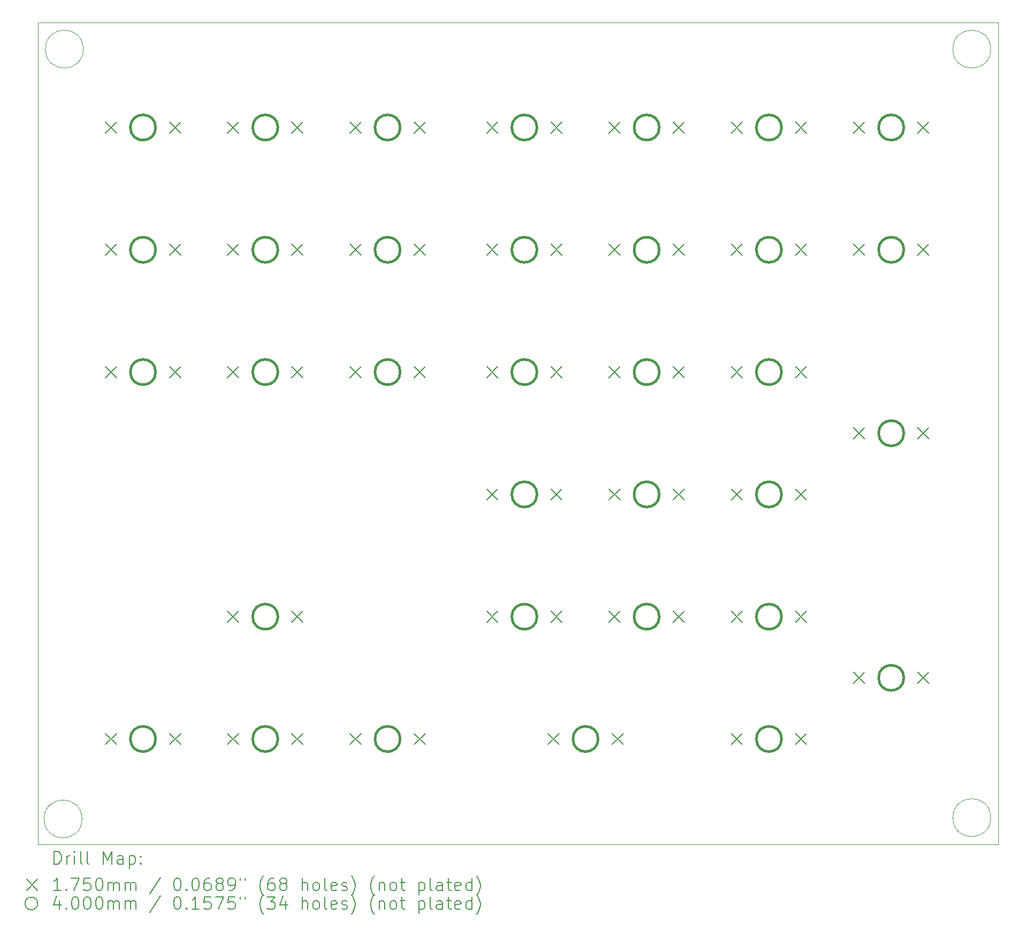
<source format=gbr>
%TF.GenerationSoftware,KiCad,Pcbnew,8.0.3*%
%TF.CreationDate,2024-06-19T10:55:35-07:00*%
%TF.ProjectId,CustomNumpad,43757374-6f6d-44e7-956d-7061642e6b69,rev?*%
%TF.SameCoordinates,Original*%
%TF.FileFunction,Drillmap*%
%TF.FilePolarity,Positive*%
%FSLAX45Y45*%
G04 Gerber Fmt 4.5, Leading zero omitted, Abs format (unit mm)*
G04 Created by KiCad (PCBNEW 8.0.3) date 2024-06-19 10:55:35*
%MOMM*%
%LPD*%
G01*
G04 APERTURE LIST*
%ADD10C,0.050000*%
%ADD11C,0.200000*%
%ADD12C,0.175000*%
%ADD13C,0.400000*%
G04 APERTURE END LIST*
D10*
X4500000Y-14400000D02*
G75*
G02*
X3900000Y-14400000I-300000J0D01*
G01*
X3900000Y-14400000D02*
G75*
G02*
X4500000Y-14400000I300000J0D01*
G01*
X18880000Y-14380000D02*
G75*
G02*
X18280000Y-14380000I-300000J0D01*
G01*
X18280000Y-14380000D02*
G75*
G02*
X18880000Y-14380000I300000J0D01*
G01*
X18880000Y-2220000D02*
G75*
G02*
X18280000Y-2220000I-300000J0D01*
G01*
X18280000Y-2220000D02*
G75*
G02*
X18880000Y-2220000I300000J0D01*
G01*
X4520000Y-2220000D02*
G75*
G02*
X3920000Y-2220000I-300000J0D01*
G01*
X3920000Y-2220000D02*
G75*
G02*
X4520000Y-2220000I300000J0D01*
G01*
X3800000Y-1800000D02*
X19000000Y-1800000D01*
X19000000Y-14800000D01*
X3800000Y-14800000D01*
X3800000Y-1800000D01*
D11*
D12*
X4869500Y-3372500D02*
X5044500Y-3547500D01*
X5044500Y-3372500D02*
X4869500Y-3547500D01*
X4869500Y-5307500D02*
X5044500Y-5482500D01*
X5044500Y-5307500D02*
X4869500Y-5482500D01*
X4869500Y-7242500D02*
X5044500Y-7417500D01*
X5044500Y-7242500D02*
X4869500Y-7417500D01*
X4869500Y-13047500D02*
X5044500Y-13222500D01*
X5044500Y-13047500D02*
X4869500Y-13222500D01*
X5885500Y-3372500D02*
X6060500Y-3547500D01*
X6060500Y-3372500D02*
X5885500Y-3547500D01*
X5885500Y-5307500D02*
X6060500Y-5482500D01*
X6060500Y-5307500D02*
X5885500Y-5482500D01*
X5885500Y-7242500D02*
X6060500Y-7417500D01*
X6060500Y-7242500D02*
X5885500Y-7417500D01*
X5885500Y-13047500D02*
X6060500Y-13222500D01*
X6060500Y-13047500D02*
X5885500Y-13222500D01*
X6804500Y-3372500D02*
X6979500Y-3547500D01*
X6979500Y-3372500D02*
X6804500Y-3547500D01*
X6804500Y-5307500D02*
X6979500Y-5482500D01*
X6979500Y-5307500D02*
X6804500Y-5482500D01*
X6804500Y-7242500D02*
X6979500Y-7417500D01*
X6979500Y-7242500D02*
X6804500Y-7417500D01*
X6804500Y-11112500D02*
X6979500Y-11287500D01*
X6979500Y-11112500D02*
X6804500Y-11287500D01*
X6804500Y-13047500D02*
X6979500Y-13222500D01*
X6979500Y-13047500D02*
X6804500Y-13222500D01*
X7820500Y-3372500D02*
X7995500Y-3547500D01*
X7995500Y-3372500D02*
X7820500Y-3547500D01*
X7820500Y-5307500D02*
X7995500Y-5482500D01*
X7995500Y-5307500D02*
X7820500Y-5482500D01*
X7820500Y-7242500D02*
X7995500Y-7417500D01*
X7995500Y-7242500D02*
X7820500Y-7417500D01*
X7820500Y-11112500D02*
X7995500Y-11287500D01*
X7995500Y-11112500D02*
X7820500Y-11287500D01*
X7820500Y-13047500D02*
X7995500Y-13222500D01*
X7995500Y-13047500D02*
X7820500Y-13222500D01*
X8739500Y-3372500D02*
X8914500Y-3547500D01*
X8914500Y-3372500D02*
X8739500Y-3547500D01*
X8739500Y-5307500D02*
X8914500Y-5482500D01*
X8914500Y-5307500D02*
X8739500Y-5482500D01*
X8739500Y-7242500D02*
X8914500Y-7417500D01*
X8914500Y-7242500D02*
X8739500Y-7417500D01*
X8739500Y-13047500D02*
X8914500Y-13222500D01*
X8914500Y-13047500D02*
X8739500Y-13222500D01*
X9755500Y-3372500D02*
X9930500Y-3547500D01*
X9930500Y-3372500D02*
X9755500Y-3547500D01*
X9755500Y-5307500D02*
X9930500Y-5482500D01*
X9930500Y-5307500D02*
X9755500Y-5482500D01*
X9755500Y-7242500D02*
X9930500Y-7417500D01*
X9930500Y-7242500D02*
X9755500Y-7417500D01*
X9755500Y-13047500D02*
X9930500Y-13222500D01*
X9930500Y-13047500D02*
X9755500Y-13222500D01*
X10904500Y-3372500D02*
X11079500Y-3547500D01*
X11079500Y-3372500D02*
X10904500Y-3547500D01*
X10904500Y-5307500D02*
X11079500Y-5482500D01*
X11079500Y-5307500D02*
X10904500Y-5482500D01*
X10904500Y-7242500D02*
X11079500Y-7417500D01*
X11079500Y-7242500D02*
X10904500Y-7417500D01*
X10904500Y-9177500D02*
X11079500Y-9352500D01*
X11079500Y-9177500D02*
X10904500Y-9352500D01*
X10904500Y-11112500D02*
X11079500Y-11287500D01*
X11079500Y-11112500D02*
X10904500Y-11287500D01*
X11872000Y-13047500D02*
X12047000Y-13222500D01*
X12047000Y-13047500D02*
X11872000Y-13222500D01*
X11920500Y-3372500D02*
X12095500Y-3547500D01*
X12095500Y-3372500D02*
X11920500Y-3547500D01*
X11920500Y-5307500D02*
X12095500Y-5482500D01*
X12095500Y-5307500D02*
X11920500Y-5482500D01*
X11920500Y-7242500D02*
X12095500Y-7417500D01*
X12095500Y-7242500D02*
X11920500Y-7417500D01*
X11920500Y-9177500D02*
X12095500Y-9352500D01*
X12095500Y-9177500D02*
X11920500Y-9352500D01*
X11920500Y-11112500D02*
X12095500Y-11287500D01*
X12095500Y-11112500D02*
X11920500Y-11287500D01*
X12839500Y-3372500D02*
X13014500Y-3547500D01*
X13014500Y-3372500D02*
X12839500Y-3547500D01*
X12839500Y-5307500D02*
X13014500Y-5482500D01*
X13014500Y-5307500D02*
X12839500Y-5482500D01*
X12839500Y-7242500D02*
X13014500Y-7417500D01*
X13014500Y-7242500D02*
X12839500Y-7417500D01*
X12839500Y-9177500D02*
X13014500Y-9352500D01*
X13014500Y-9177500D02*
X12839500Y-9352500D01*
X12839500Y-11112500D02*
X13014500Y-11287500D01*
X13014500Y-11112500D02*
X12839500Y-11287500D01*
X12888000Y-13047500D02*
X13063000Y-13222500D01*
X13063000Y-13047500D02*
X12888000Y-13222500D01*
X13855500Y-3372500D02*
X14030500Y-3547500D01*
X14030500Y-3372500D02*
X13855500Y-3547500D01*
X13855500Y-5307500D02*
X14030500Y-5482500D01*
X14030500Y-5307500D02*
X13855500Y-5482500D01*
X13855500Y-7242500D02*
X14030500Y-7417500D01*
X14030500Y-7242500D02*
X13855500Y-7417500D01*
X13855500Y-9177500D02*
X14030500Y-9352500D01*
X14030500Y-9177500D02*
X13855500Y-9352500D01*
X13855500Y-11112500D02*
X14030500Y-11287500D01*
X14030500Y-11112500D02*
X13855500Y-11287500D01*
X14774500Y-3372500D02*
X14949500Y-3547500D01*
X14949500Y-3372500D02*
X14774500Y-3547500D01*
X14774500Y-5307500D02*
X14949500Y-5482500D01*
X14949500Y-5307500D02*
X14774500Y-5482500D01*
X14774500Y-7242500D02*
X14949500Y-7417500D01*
X14949500Y-7242500D02*
X14774500Y-7417500D01*
X14774500Y-9177500D02*
X14949500Y-9352500D01*
X14949500Y-9177500D02*
X14774500Y-9352500D01*
X14774500Y-11112500D02*
X14949500Y-11287500D01*
X14949500Y-11112500D02*
X14774500Y-11287500D01*
X14774500Y-13047500D02*
X14949500Y-13222500D01*
X14949500Y-13047500D02*
X14774500Y-13222500D01*
X15790500Y-3372500D02*
X15965500Y-3547500D01*
X15965500Y-3372500D02*
X15790500Y-3547500D01*
X15790500Y-5307500D02*
X15965500Y-5482500D01*
X15965500Y-5307500D02*
X15790500Y-5482500D01*
X15790500Y-7242500D02*
X15965500Y-7417500D01*
X15965500Y-7242500D02*
X15790500Y-7417500D01*
X15790500Y-9177500D02*
X15965500Y-9352500D01*
X15965500Y-9177500D02*
X15790500Y-9352500D01*
X15790500Y-11112500D02*
X15965500Y-11287500D01*
X15965500Y-11112500D02*
X15790500Y-11287500D01*
X15790500Y-13047500D02*
X15965500Y-13222500D01*
X15965500Y-13047500D02*
X15790500Y-13222500D01*
X16709500Y-3372500D02*
X16884500Y-3547500D01*
X16884500Y-3372500D02*
X16709500Y-3547500D01*
X16709500Y-5307500D02*
X16884500Y-5482500D01*
X16884500Y-5307500D02*
X16709500Y-5482500D01*
X16709500Y-8210000D02*
X16884500Y-8385000D01*
X16884500Y-8210000D02*
X16709500Y-8385000D01*
X16709500Y-12080000D02*
X16884500Y-12255000D01*
X16884500Y-12080000D02*
X16709500Y-12255000D01*
X17725500Y-3372500D02*
X17900500Y-3547500D01*
X17900500Y-3372500D02*
X17725500Y-3547500D01*
X17725500Y-5307500D02*
X17900500Y-5482500D01*
X17900500Y-5307500D02*
X17725500Y-5482500D01*
X17725500Y-8210000D02*
X17900500Y-8385000D01*
X17900500Y-8210000D02*
X17725500Y-8385000D01*
X17725500Y-12080000D02*
X17900500Y-12255000D01*
X17900500Y-12080000D02*
X17725500Y-12255000D01*
D13*
X5665000Y-3460000D02*
G75*
G02*
X5265000Y-3460000I-200000J0D01*
G01*
X5265000Y-3460000D02*
G75*
G02*
X5665000Y-3460000I200000J0D01*
G01*
X5665000Y-5395000D02*
G75*
G02*
X5265000Y-5395000I-200000J0D01*
G01*
X5265000Y-5395000D02*
G75*
G02*
X5665000Y-5395000I200000J0D01*
G01*
X5665000Y-7330000D02*
G75*
G02*
X5265000Y-7330000I-200000J0D01*
G01*
X5265000Y-7330000D02*
G75*
G02*
X5665000Y-7330000I200000J0D01*
G01*
X5665000Y-13135000D02*
G75*
G02*
X5265000Y-13135000I-200000J0D01*
G01*
X5265000Y-13135000D02*
G75*
G02*
X5665000Y-13135000I200000J0D01*
G01*
X7600000Y-3460000D02*
G75*
G02*
X7200000Y-3460000I-200000J0D01*
G01*
X7200000Y-3460000D02*
G75*
G02*
X7600000Y-3460000I200000J0D01*
G01*
X7600000Y-5395000D02*
G75*
G02*
X7200000Y-5395000I-200000J0D01*
G01*
X7200000Y-5395000D02*
G75*
G02*
X7600000Y-5395000I200000J0D01*
G01*
X7600000Y-7330000D02*
G75*
G02*
X7200000Y-7330000I-200000J0D01*
G01*
X7200000Y-7330000D02*
G75*
G02*
X7600000Y-7330000I200000J0D01*
G01*
X7600000Y-11200000D02*
G75*
G02*
X7200000Y-11200000I-200000J0D01*
G01*
X7200000Y-11200000D02*
G75*
G02*
X7600000Y-11200000I200000J0D01*
G01*
X7600000Y-13135000D02*
G75*
G02*
X7200000Y-13135000I-200000J0D01*
G01*
X7200000Y-13135000D02*
G75*
G02*
X7600000Y-13135000I200000J0D01*
G01*
X9535000Y-3460000D02*
G75*
G02*
X9135000Y-3460000I-200000J0D01*
G01*
X9135000Y-3460000D02*
G75*
G02*
X9535000Y-3460000I200000J0D01*
G01*
X9535000Y-5395000D02*
G75*
G02*
X9135000Y-5395000I-200000J0D01*
G01*
X9135000Y-5395000D02*
G75*
G02*
X9535000Y-5395000I200000J0D01*
G01*
X9535000Y-7330000D02*
G75*
G02*
X9135000Y-7330000I-200000J0D01*
G01*
X9135000Y-7330000D02*
G75*
G02*
X9535000Y-7330000I200000J0D01*
G01*
X9535000Y-13135000D02*
G75*
G02*
X9135000Y-13135000I-200000J0D01*
G01*
X9135000Y-13135000D02*
G75*
G02*
X9535000Y-13135000I200000J0D01*
G01*
X11700000Y-3460000D02*
G75*
G02*
X11300000Y-3460000I-200000J0D01*
G01*
X11300000Y-3460000D02*
G75*
G02*
X11700000Y-3460000I200000J0D01*
G01*
X11700000Y-5395000D02*
G75*
G02*
X11300000Y-5395000I-200000J0D01*
G01*
X11300000Y-5395000D02*
G75*
G02*
X11700000Y-5395000I200000J0D01*
G01*
X11700000Y-7330000D02*
G75*
G02*
X11300000Y-7330000I-200000J0D01*
G01*
X11300000Y-7330000D02*
G75*
G02*
X11700000Y-7330000I200000J0D01*
G01*
X11700000Y-9265000D02*
G75*
G02*
X11300000Y-9265000I-200000J0D01*
G01*
X11300000Y-9265000D02*
G75*
G02*
X11700000Y-9265000I200000J0D01*
G01*
X11700000Y-11200000D02*
G75*
G02*
X11300000Y-11200000I-200000J0D01*
G01*
X11300000Y-11200000D02*
G75*
G02*
X11700000Y-11200000I200000J0D01*
G01*
X12667500Y-13135000D02*
G75*
G02*
X12267500Y-13135000I-200000J0D01*
G01*
X12267500Y-13135000D02*
G75*
G02*
X12667500Y-13135000I200000J0D01*
G01*
X13635000Y-3460000D02*
G75*
G02*
X13235000Y-3460000I-200000J0D01*
G01*
X13235000Y-3460000D02*
G75*
G02*
X13635000Y-3460000I200000J0D01*
G01*
X13635000Y-5395000D02*
G75*
G02*
X13235000Y-5395000I-200000J0D01*
G01*
X13235000Y-5395000D02*
G75*
G02*
X13635000Y-5395000I200000J0D01*
G01*
X13635000Y-7330000D02*
G75*
G02*
X13235000Y-7330000I-200000J0D01*
G01*
X13235000Y-7330000D02*
G75*
G02*
X13635000Y-7330000I200000J0D01*
G01*
X13635000Y-9265000D02*
G75*
G02*
X13235000Y-9265000I-200000J0D01*
G01*
X13235000Y-9265000D02*
G75*
G02*
X13635000Y-9265000I200000J0D01*
G01*
X13635000Y-11200000D02*
G75*
G02*
X13235000Y-11200000I-200000J0D01*
G01*
X13235000Y-11200000D02*
G75*
G02*
X13635000Y-11200000I200000J0D01*
G01*
X15570000Y-3460000D02*
G75*
G02*
X15170000Y-3460000I-200000J0D01*
G01*
X15170000Y-3460000D02*
G75*
G02*
X15570000Y-3460000I200000J0D01*
G01*
X15570000Y-5395000D02*
G75*
G02*
X15170000Y-5395000I-200000J0D01*
G01*
X15170000Y-5395000D02*
G75*
G02*
X15570000Y-5395000I200000J0D01*
G01*
X15570000Y-7330000D02*
G75*
G02*
X15170000Y-7330000I-200000J0D01*
G01*
X15170000Y-7330000D02*
G75*
G02*
X15570000Y-7330000I200000J0D01*
G01*
X15570000Y-9265000D02*
G75*
G02*
X15170000Y-9265000I-200000J0D01*
G01*
X15170000Y-9265000D02*
G75*
G02*
X15570000Y-9265000I200000J0D01*
G01*
X15570000Y-11200000D02*
G75*
G02*
X15170000Y-11200000I-200000J0D01*
G01*
X15170000Y-11200000D02*
G75*
G02*
X15570000Y-11200000I200000J0D01*
G01*
X15570000Y-13135000D02*
G75*
G02*
X15170000Y-13135000I-200000J0D01*
G01*
X15170000Y-13135000D02*
G75*
G02*
X15570000Y-13135000I200000J0D01*
G01*
X17505000Y-3460000D02*
G75*
G02*
X17105000Y-3460000I-200000J0D01*
G01*
X17105000Y-3460000D02*
G75*
G02*
X17505000Y-3460000I200000J0D01*
G01*
X17505000Y-5395000D02*
G75*
G02*
X17105000Y-5395000I-200000J0D01*
G01*
X17105000Y-5395000D02*
G75*
G02*
X17505000Y-5395000I200000J0D01*
G01*
X17505000Y-8297500D02*
G75*
G02*
X17105000Y-8297500I-200000J0D01*
G01*
X17105000Y-8297500D02*
G75*
G02*
X17505000Y-8297500I200000J0D01*
G01*
X17505000Y-12167500D02*
G75*
G02*
X17105000Y-12167500I-200000J0D01*
G01*
X17105000Y-12167500D02*
G75*
G02*
X17505000Y-12167500I200000J0D01*
G01*
D11*
X4058277Y-15113984D02*
X4058277Y-14913984D01*
X4058277Y-14913984D02*
X4105896Y-14913984D01*
X4105896Y-14913984D02*
X4134467Y-14923508D01*
X4134467Y-14923508D02*
X4153515Y-14942555D01*
X4153515Y-14942555D02*
X4163039Y-14961603D01*
X4163039Y-14961603D02*
X4172562Y-14999698D01*
X4172562Y-14999698D02*
X4172562Y-15028269D01*
X4172562Y-15028269D02*
X4163039Y-15066365D01*
X4163039Y-15066365D02*
X4153515Y-15085412D01*
X4153515Y-15085412D02*
X4134467Y-15104460D01*
X4134467Y-15104460D02*
X4105896Y-15113984D01*
X4105896Y-15113984D02*
X4058277Y-15113984D01*
X4258277Y-15113984D02*
X4258277Y-14980650D01*
X4258277Y-15018746D02*
X4267801Y-14999698D01*
X4267801Y-14999698D02*
X4277324Y-14990174D01*
X4277324Y-14990174D02*
X4296372Y-14980650D01*
X4296372Y-14980650D02*
X4315420Y-14980650D01*
X4382086Y-15113984D02*
X4382086Y-14980650D01*
X4382086Y-14913984D02*
X4372563Y-14923508D01*
X4372563Y-14923508D02*
X4382086Y-14933031D01*
X4382086Y-14933031D02*
X4391610Y-14923508D01*
X4391610Y-14923508D02*
X4382086Y-14913984D01*
X4382086Y-14913984D02*
X4382086Y-14933031D01*
X4505896Y-15113984D02*
X4486848Y-15104460D01*
X4486848Y-15104460D02*
X4477324Y-15085412D01*
X4477324Y-15085412D02*
X4477324Y-14913984D01*
X4610658Y-15113984D02*
X4591610Y-15104460D01*
X4591610Y-15104460D02*
X4582086Y-15085412D01*
X4582086Y-15085412D02*
X4582086Y-14913984D01*
X4839229Y-15113984D02*
X4839229Y-14913984D01*
X4839229Y-14913984D02*
X4905896Y-15056841D01*
X4905896Y-15056841D02*
X4972563Y-14913984D01*
X4972563Y-14913984D02*
X4972563Y-15113984D01*
X5153515Y-15113984D02*
X5153515Y-15009222D01*
X5153515Y-15009222D02*
X5143991Y-14990174D01*
X5143991Y-14990174D02*
X5124944Y-14980650D01*
X5124944Y-14980650D02*
X5086848Y-14980650D01*
X5086848Y-14980650D02*
X5067801Y-14990174D01*
X5153515Y-15104460D02*
X5134467Y-15113984D01*
X5134467Y-15113984D02*
X5086848Y-15113984D01*
X5086848Y-15113984D02*
X5067801Y-15104460D01*
X5067801Y-15104460D02*
X5058277Y-15085412D01*
X5058277Y-15085412D02*
X5058277Y-15066365D01*
X5058277Y-15066365D02*
X5067801Y-15047317D01*
X5067801Y-15047317D02*
X5086848Y-15037793D01*
X5086848Y-15037793D02*
X5134467Y-15037793D01*
X5134467Y-15037793D02*
X5153515Y-15028269D01*
X5248753Y-14980650D02*
X5248753Y-15180650D01*
X5248753Y-14990174D02*
X5267801Y-14980650D01*
X5267801Y-14980650D02*
X5305896Y-14980650D01*
X5305896Y-14980650D02*
X5324944Y-14990174D01*
X5324944Y-14990174D02*
X5334467Y-14999698D01*
X5334467Y-14999698D02*
X5343991Y-15018746D01*
X5343991Y-15018746D02*
X5343991Y-15075888D01*
X5343991Y-15075888D02*
X5334467Y-15094936D01*
X5334467Y-15094936D02*
X5324944Y-15104460D01*
X5324944Y-15104460D02*
X5305896Y-15113984D01*
X5305896Y-15113984D02*
X5267801Y-15113984D01*
X5267801Y-15113984D02*
X5248753Y-15104460D01*
X5429705Y-15094936D02*
X5439229Y-15104460D01*
X5439229Y-15104460D02*
X5429705Y-15113984D01*
X5429705Y-15113984D02*
X5420182Y-15104460D01*
X5420182Y-15104460D02*
X5429705Y-15094936D01*
X5429705Y-15094936D02*
X5429705Y-15113984D01*
X5429705Y-14990174D02*
X5439229Y-14999698D01*
X5439229Y-14999698D02*
X5429705Y-15009222D01*
X5429705Y-15009222D02*
X5420182Y-14999698D01*
X5420182Y-14999698D02*
X5429705Y-14990174D01*
X5429705Y-14990174D02*
X5429705Y-15009222D01*
D12*
X3622500Y-15355000D02*
X3797500Y-15530000D01*
X3797500Y-15355000D02*
X3622500Y-15530000D01*
D11*
X4163039Y-15533984D02*
X4048753Y-15533984D01*
X4105896Y-15533984D02*
X4105896Y-15333984D01*
X4105896Y-15333984D02*
X4086848Y-15362555D01*
X4086848Y-15362555D02*
X4067801Y-15381603D01*
X4067801Y-15381603D02*
X4048753Y-15391127D01*
X4248753Y-15514936D02*
X4258277Y-15524460D01*
X4258277Y-15524460D02*
X4248753Y-15533984D01*
X4248753Y-15533984D02*
X4239229Y-15524460D01*
X4239229Y-15524460D02*
X4248753Y-15514936D01*
X4248753Y-15514936D02*
X4248753Y-15533984D01*
X4324944Y-15333984D02*
X4458277Y-15333984D01*
X4458277Y-15333984D02*
X4372563Y-15533984D01*
X4629705Y-15333984D02*
X4534467Y-15333984D01*
X4534467Y-15333984D02*
X4524944Y-15429222D01*
X4524944Y-15429222D02*
X4534467Y-15419698D01*
X4534467Y-15419698D02*
X4553515Y-15410174D01*
X4553515Y-15410174D02*
X4601134Y-15410174D01*
X4601134Y-15410174D02*
X4620182Y-15419698D01*
X4620182Y-15419698D02*
X4629705Y-15429222D01*
X4629705Y-15429222D02*
X4639229Y-15448269D01*
X4639229Y-15448269D02*
X4639229Y-15495888D01*
X4639229Y-15495888D02*
X4629705Y-15514936D01*
X4629705Y-15514936D02*
X4620182Y-15524460D01*
X4620182Y-15524460D02*
X4601134Y-15533984D01*
X4601134Y-15533984D02*
X4553515Y-15533984D01*
X4553515Y-15533984D02*
X4534467Y-15524460D01*
X4534467Y-15524460D02*
X4524944Y-15514936D01*
X4763039Y-15333984D02*
X4782086Y-15333984D01*
X4782086Y-15333984D02*
X4801134Y-15343508D01*
X4801134Y-15343508D02*
X4810658Y-15353031D01*
X4810658Y-15353031D02*
X4820182Y-15372079D01*
X4820182Y-15372079D02*
X4829705Y-15410174D01*
X4829705Y-15410174D02*
X4829705Y-15457793D01*
X4829705Y-15457793D02*
X4820182Y-15495888D01*
X4820182Y-15495888D02*
X4810658Y-15514936D01*
X4810658Y-15514936D02*
X4801134Y-15524460D01*
X4801134Y-15524460D02*
X4782086Y-15533984D01*
X4782086Y-15533984D02*
X4763039Y-15533984D01*
X4763039Y-15533984D02*
X4743991Y-15524460D01*
X4743991Y-15524460D02*
X4734467Y-15514936D01*
X4734467Y-15514936D02*
X4724944Y-15495888D01*
X4724944Y-15495888D02*
X4715420Y-15457793D01*
X4715420Y-15457793D02*
X4715420Y-15410174D01*
X4715420Y-15410174D02*
X4724944Y-15372079D01*
X4724944Y-15372079D02*
X4734467Y-15353031D01*
X4734467Y-15353031D02*
X4743991Y-15343508D01*
X4743991Y-15343508D02*
X4763039Y-15333984D01*
X4915420Y-15533984D02*
X4915420Y-15400650D01*
X4915420Y-15419698D02*
X4924944Y-15410174D01*
X4924944Y-15410174D02*
X4943991Y-15400650D01*
X4943991Y-15400650D02*
X4972563Y-15400650D01*
X4972563Y-15400650D02*
X4991610Y-15410174D01*
X4991610Y-15410174D02*
X5001134Y-15429222D01*
X5001134Y-15429222D02*
X5001134Y-15533984D01*
X5001134Y-15429222D02*
X5010658Y-15410174D01*
X5010658Y-15410174D02*
X5029705Y-15400650D01*
X5029705Y-15400650D02*
X5058277Y-15400650D01*
X5058277Y-15400650D02*
X5077325Y-15410174D01*
X5077325Y-15410174D02*
X5086848Y-15429222D01*
X5086848Y-15429222D02*
X5086848Y-15533984D01*
X5182086Y-15533984D02*
X5182086Y-15400650D01*
X5182086Y-15419698D02*
X5191610Y-15410174D01*
X5191610Y-15410174D02*
X5210658Y-15400650D01*
X5210658Y-15400650D02*
X5239229Y-15400650D01*
X5239229Y-15400650D02*
X5258277Y-15410174D01*
X5258277Y-15410174D02*
X5267801Y-15429222D01*
X5267801Y-15429222D02*
X5267801Y-15533984D01*
X5267801Y-15429222D02*
X5277325Y-15410174D01*
X5277325Y-15410174D02*
X5296372Y-15400650D01*
X5296372Y-15400650D02*
X5324944Y-15400650D01*
X5324944Y-15400650D02*
X5343991Y-15410174D01*
X5343991Y-15410174D02*
X5353515Y-15429222D01*
X5353515Y-15429222D02*
X5353515Y-15533984D01*
X5743991Y-15324460D02*
X5572563Y-15581603D01*
X6001134Y-15333984D02*
X6020182Y-15333984D01*
X6020182Y-15333984D02*
X6039229Y-15343508D01*
X6039229Y-15343508D02*
X6048753Y-15353031D01*
X6048753Y-15353031D02*
X6058277Y-15372079D01*
X6058277Y-15372079D02*
X6067801Y-15410174D01*
X6067801Y-15410174D02*
X6067801Y-15457793D01*
X6067801Y-15457793D02*
X6058277Y-15495888D01*
X6058277Y-15495888D02*
X6048753Y-15514936D01*
X6048753Y-15514936D02*
X6039229Y-15524460D01*
X6039229Y-15524460D02*
X6020182Y-15533984D01*
X6020182Y-15533984D02*
X6001134Y-15533984D01*
X6001134Y-15533984D02*
X5982086Y-15524460D01*
X5982086Y-15524460D02*
X5972563Y-15514936D01*
X5972563Y-15514936D02*
X5963039Y-15495888D01*
X5963039Y-15495888D02*
X5953515Y-15457793D01*
X5953515Y-15457793D02*
X5953515Y-15410174D01*
X5953515Y-15410174D02*
X5963039Y-15372079D01*
X5963039Y-15372079D02*
X5972563Y-15353031D01*
X5972563Y-15353031D02*
X5982086Y-15343508D01*
X5982086Y-15343508D02*
X6001134Y-15333984D01*
X6153515Y-15514936D02*
X6163039Y-15524460D01*
X6163039Y-15524460D02*
X6153515Y-15533984D01*
X6153515Y-15533984D02*
X6143991Y-15524460D01*
X6143991Y-15524460D02*
X6153515Y-15514936D01*
X6153515Y-15514936D02*
X6153515Y-15533984D01*
X6286848Y-15333984D02*
X6305896Y-15333984D01*
X6305896Y-15333984D02*
X6324944Y-15343508D01*
X6324944Y-15343508D02*
X6334467Y-15353031D01*
X6334467Y-15353031D02*
X6343991Y-15372079D01*
X6343991Y-15372079D02*
X6353515Y-15410174D01*
X6353515Y-15410174D02*
X6353515Y-15457793D01*
X6353515Y-15457793D02*
X6343991Y-15495888D01*
X6343991Y-15495888D02*
X6334467Y-15514936D01*
X6334467Y-15514936D02*
X6324944Y-15524460D01*
X6324944Y-15524460D02*
X6305896Y-15533984D01*
X6305896Y-15533984D02*
X6286848Y-15533984D01*
X6286848Y-15533984D02*
X6267801Y-15524460D01*
X6267801Y-15524460D02*
X6258277Y-15514936D01*
X6258277Y-15514936D02*
X6248753Y-15495888D01*
X6248753Y-15495888D02*
X6239229Y-15457793D01*
X6239229Y-15457793D02*
X6239229Y-15410174D01*
X6239229Y-15410174D02*
X6248753Y-15372079D01*
X6248753Y-15372079D02*
X6258277Y-15353031D01*
X6258277Y-15353031D02*
X6267801Y-15343508D01*
X6267801Y-15343508D02*
X6286848Y-15333984D01*
X6524944Y-15333984D02*
X6486848Y-15333984D01*
X6486848Y-15333984D02*
X6467801Y-15343508D01*
X6467801Y-15343508D02*
X6458277Y-15353031D01*
X6458277Y-15353031D02*
X6439229Y-15381603D01*
X6439229Y-15381603D02*
X6429706Y-15419698D01*
X6429706Y-15419698D02*
X6429706Y-15495888D01*
X6429706Y-15495888D02*
X6439229Y-15514936D01*
X6439229Y-15514936D02*
X6448753Y-15524460D01*
X6448753Y-15524460D02*
X6467801Y-15533984D01*
X6467801Y-15533984D02*
X6505896Y-15533984D01*
X6505896Y-15533984D02*
X6524944Y-15524460D01*
X6524944Y-15524460D02*
X6534467Y-15514936D01*
X6534467Y-15514936D02*
X6543991Y-15495888D01*
X6543991Y-15495888D02*
X6543991Y-15448269D01*
X6543991Y-15448269D02*
X6534467Y-15429222D01*
X6534467Y-15429222D02*
X6524944Y-15419698D01*
X6524944Y-15419698D02*
X6505896Y-15410174D01*
X6505896Y-15410174D02*
X6467801Y-15410174D01*
X6467801Y-15410174D02*
X6448753Y-15419698D01*
X6448753Y-15419698D02*
X6439229Y-15429222D01*
X6439229Y-15429222D02*
X6429706Y-15448269D01*
X6658277Y-15419698D02*
X6639229Y-15410174D01*
X6639229Y-15410174D02*
X6629706Y-15400650D01*
X6629706Y-15400650D02*
X6620182Y-15381603D01*
X6620182Y-15381603D02*
X6620182Y-15372079D01*
X6620182Y-15372079D02*
X6629706Y-15353031D01*
X6629706Y-15353031D02*
X6639229Y-15343508D01*
X6639229Y-15343508D02*
X6658277Y-15333984D01*
X6658277Y-15333984D02*
X6696372Y-15333984D01*
X6696372Y-15333984D02*
X6715420Y-15343508D01*
X6715420Y-15343508D02*
X6724944Y-15353031D01*
X6724944Y-15353031D02*
X6734467Y-15372079D01*
X6734467Y-15372079D02*
X6734467Y-15381603D01*
X6734467Y-15381603D02*
X6724944Y-15400650D01*
X6724944Y-15400650D02*
X6715420Y-15410174D01*
X6715420Y-15410174D02*
X6696372Y-15419698D01*
X6696372Y-15419698D02*
X6658277Y-15419698D01*
X6658277Y-15419698D02*
X6639229Y-15429222D01*
X6639229Y-15429222D02*
X6629706Y-15438746D01*
X6629706Y-15438746D02*
X6620182Y-15457793D01*
X6620182Y-15457793D02*
X6620182Y-15495888D01*
X6620182Y-15495888D02*
X6629706Y-15514936D01*
X6629706Y-15514936D02*
X6639229Y-15524460D01*
X6639229Y-15524460D02*
X6658277Y-15533984D01*
X6658277Y-15533984D02*
X6696372Y-15533984D01*
X6696372Y-15533984D02*
X6715420Y-15524460D01*
X6715420Y-15524460D02*
X6724944Y-15514936D01*
X6724944Y-15514936D02*
X6734467Y-15495888D01*
X6734467Y-15495888D02*
X6734467Y-15457793D01*
X6734467Y-15457793D02*
X6724944Y-15438746D01*
X6724944Y-15438746D02*
X6715420Y-15429222D01*
X6715420Y-15429222D02*
X6696372Y-15419698D01*
X6829706Y-15533984D02*
X6867801Y-15533984D01*
X6867801Y-15533984D02*
X6886848Y-15524460D01*
X6886848Y-15524460D02*
X6896372Y-15514936D01*
X6896372Y-15514936D02*
X6915420Y-15486365D01*
X6915420Y-15486365D02*
X6924944Y-15448269D01*
X6924944Y-15448269D02*
X6924944Y-15372079D01*
X6924944Y-15372079D02*
X6915420Y-15353031D01*
X6915420Y-15353031D02*
X6905896Y-15343508D01*
X6905896Y-15343508D02*
X6886848Y-15333984D01*
X6886848Y-15333984D02*
X6848753Y-15333984D01*
X6848753Y-15333984D02*
X6829706Y-15343508D01*
X6829706Y-15343508D02*
X6820182Y-15353031D01*
X6820182Y-15353031D02*
X6810658Y-15372079D01*
X6810658Y-15372079D02*
X6810658Y-15419698D01*
X6810658Y-15419698D02*
X6820182Y-15438746D01*
X6820182Y-15438746D02*
X6829706Y-15448269D01*
X6829706Y-15448269D02*
X6848753Y-15457793D01*
X6848753Y-15457793D02*
X6886848Y-15457793D01*
X6886848Y-15457793D02*
X6905896Y-15448269D01*
X6905896Y-15448269D02*
X6915420Y-15438746D01*
X6915420Y-15438746D02*
X6924944Y-15419698D01*
X7001134Y-15333984D02*
X7001134Y-15372079D01*
X7077325Y-15333984D02*
X7077325Y-15372079D01*
X7372563Y-15610174D02*
X7363039Y-15600650D01*
X7363039Y-15600650D02*
X7343991Y-15572079D01*
X7343991Y-15572079D02*
X7334468Y-15553031D01*
X7334468Y-15553031D02*
X7324944Y-15524460D01*
X7324944Y-15524460D02*
X7315420Y-15476841D01*
X7315420Y-15476841D02*
X7315420Y-15438746D01*
X7315420Y-15438746D02*
X7324944Y-15391127D01*
X7324944Y-15391127D02*
X7334468Y-15362555D01*
X7334468Y-15362555D02*
X7343991Y-15343508D01*
X7343991Y-15343508D02*
X7363039Y-15314936D01*
X7363039Y-15314936D02*
X7372563Y-15305412D01*
X7534468Y-15333984D02*
X7496372Y-15333984D01*
X7496372Y-15333984D02*
X7477325Y-15343508D01*
X7477325Y-15343508D02*
X7467801Y-15353031D01*
X7467801Y-15353031D02*
X7448753Y-15381603D01*
X7448753Y-15381603D02*
X7439229Y-15419698D01*
X7439229Y-15419698D02*
X7439229Y-15495888D01*
X7439229Y-15495888D02*
X7448753Y-15514936D01*
X7448753Y-15514936D02*
X7458277Y-15524460D01*
X7458277Y-15524460D02*
X7477325Y-15533984D01*
X7477325Y-15533984D02*
X7515420Y-15533984D01*
X7515420Y-15533984D02*
X7534468Y-15524460D01*
X7534468Y-15524460D02*
X7543991Y-15514936D01*
X7543991Y-15514936D02*
X7553515Y-15495888D01*
X7553515Y-15495888D02*
X7553515Y-15448269D01*
X7553515Y-15448269D02*
X7543991Y-15429222D01*
X7543991Y-15429222D02*
X7534468Y-15419698D01*
X7534468Y-15419698D02*
X7515420Y-15410174D01*
X7515420Y-15410174D02*
X7477325Y-15410174D01*
X7477325Y-15410174D02*
X7458277Y-15419698D01*
X7458277Y-15419698D02*
X7448753Y-15429222D01*
X7448753Y-15429222D02*
X7439229Y-15448269D01*
X7667801Y-15419698D02*
X7648753Y-15410174D01*
X7648753Y-15410174D02*
X7639229Y-15400650D01*
X7639229Y-15400650D02*
X7629706Y-15381603D01*
X7629706Y-15381603D02*
X7629706Y-15372079D01*
X7629706Y-15372079D02*
X7639229Y-15353031D01*
X7639229Y-15353031D02*
X7648753Y-15343508D01*
X7648753Y-15343508D02*
X7667801Y-15333984D01*
X7667801Y-15333984D02*
X7705896Y-15333984D01*
X7705896Y-15333984D02*
X7724944Y-15343508D01*
X7724944Y-15343508D02*
X7734468Y-15353031D01*
X7734468Y-15353031D02*
X7743991Y-15372079D01*
X7743991Y-15372079D02*
X7743991Y-15381603D01*
X7743991Y-15381603D02*
X7734468Y-15400650D01*
X7734468Y-15400650D02*
X7724944Y-15410174D01*
X7724944Y-15410174D02*
X7705896Y-15419698D01*
X7705896Y-15419698D02*
X7667801Y-15419698D01*
X7667801Y-15419698D02*
X7648753Y-15429222D01*
X7648753Y-15429222D02*
X7639229Y-15438746D01*
X7639229Y-15438746D02*
X7629706Y-15457793D01*
X7629706Y-15457793D02*
X7629706Y-15495888D01*
X7629706Y-15495888D02*
X7639229Y-15514936D01*
X7639229Y-15514936D02*
X7648753Y-15524460D01*
X7648753Y-15524460D02*
X7667801Y-15533984D01*
X7667801Y-15533984D02*
X7705896Y-15533984D01*
X7705896Y-15533984D02*
X7724944Y-15524460D01*
X7724944Y-15524460D02*
X7734468Y-15514936D01*
X7734468Y-15514936D02*
X7743991Y-15495888D01*
X7743991Y-15495888D02*
X7743991Y-15457793D01*
X7743991Y-15457793D02*
X7734468Y-15438746D01*
X7734468Y-15438746D02*
X7724944Y-15429222D01*
X7724944Y-15429222D02*
X7705896Y-15419698D01*
X7982087Y-15533984D02*
X7982087Y-15333984D01*
X8067801Y-15533984D02*
X8067801Y-15429222D01*
X8067801Y-15429222D02*
X8058277Y-15410174D01*
X8058277Y-15410174D02*
X8039230Y-15400650D01*
X8039230Y-15400650D02*
X8010658Y-15400650D01*
X8010658Y-15400650D02*
X7991610Y-15410174D01*
X7991610Y-15410174D02*
X7982087Y-15419698D01*
X8191610Y-15533984D02*
X8172563Y-15524460D01*
X8172563Y-15524460D02*
X8163039Y-15514936D01*
X8163039Y-15514936D02*
X8153515Y-15495888D01*
X8153515Y-15495888D02*
X8153515Y-15438746D01*
X8153515Y-15438746D02*
X8163039Y-15419698D01*
X8163039Y-15419698D02*
X8172563Y-15410174D01*
X8172563Y-15410174D02*
X8191610Y-15400650D01*
X8191610Y-15400650D02*
X8220182Y-15400650D01*
X8220182Y-15400650D02*
X8239230Y-15410174D01*
X8239230Y-15410174D02*
X8248753Y-15419698D01*
X8248753Y-15419698D02*
X8258277Y-15438746D01*
X8258277Y-15438746D02*
X8258277Y-15495888D01*
X8258277Y-15495888D02*
X8248753Y-15514936D01*
X8248753Y-15514936D02*
X8239230Y-15524460D01*
X8239230Y-15524460D02*
X8220182Y-15533984D01*
X8220182Y-15533984D02*
X8191610Y-15533984D01*
X8372563Y-15533984D02*
X8353515Y-15524460D01*
X8353515Y-15524460D02*
X8343991Y-15505412D01*
X8343991Y-15505412D02*
X8343991Y-15333984D01*
X8524944Y-15524460D02*
X8505896Y-15533984D01*
X8505896Y-15533984D02*
X8467801Y-15533984D01*
X8467801Y-15533984D02*
X8448753Y-15524460D01*
X8448753Y-15524460D02*
X8439230Y-15505412D01*
X8439230Y-15505412D02*
X8439230Y-15429222D01*
X8439230Y-15429222D02*
X8448753Y-15410174D01*
X8448753Y-15410174D02*
X8467801Y-15400650D01*
X8467801Y-15400650D02*
X8505896Y-15400650D01*
X8505896Y-15400650D02*
X8524944Y-15410174D01*
X8524944Y-15410174D02*
X8534468Y-15429222D01*
X8534468Y-15429222D02*
X8534468Y-15448269D01*
X8534468Y-15448269D02*
X8439230Y-15467317D01*
X8610658Y-15524460D02*
X8629706Y-15533984D01*
X8629706Y-15533984D02*
X8667801Y-15533984D01*
X8667801Y-15533984D02*
X8686849Y-15524460D01*
X8686849Y-15524460D02*
X8696373Y-15505412D01*
X8696373Y-15505412D02*
X8696373Y-15495888D01*
X8696373Y-15495888D02*
X8686849Y-15476841D01*
X8686849Y-15476841D02*
X8667801Y-15467317D01*
X8667801Y-15467317D02*
X8639230Y-15467317D01*
X8639230Y-15467317D02*
X8620182Y-15457793D01*
X8620182Y-15457793D02*
X8610658Y-15438746D01*
X8610658Y-15438746D02*
X8610658Y-15429222D01*
X8610658Y-15429222D02*
X8620182Y-15410174D01*
X8620182Y-15410174D02*
X8639230Y-15400650D01*
X8639230Y-15400650D02*
X8667801Y-15400650D01*
X8667801Y-15400650D02*
X8686849Y-15410174D01*
X8763039Y-15610174D02*
X8772563Y-15600650D01*
X8772563Y-15600650D02*
X8791611Y-15572079D01*
X8791611Y-15572079D02*
X8801134Y-15553031D01*
X8801134Y-15553031D02*
X8810658Y-15524460D01*
X8810658Y-15524460D02*
X8820182Y-15476841D01*
X8820182Y-15476841D02*
X8820182Y-15438746D01*
X8820182Y-15438746D02*
X8810658Y-15391127D01*
X8810658Y-15391127D02*
X8801134Y-15362555D01*
X8801134Y-15362555D02*
X8791611Y-15343508D01*
X8791611Y-15343508D02*
X8772563Y-15314936D01*
X8772563Y-15314936D02*
X8763039Y-15305412D01*
X9124944Y-15610174D02*
X9115420Y-15600650D01*
X9115420Y-15600650D02*
X9096373Y-15572079D01*
X9096373Y-15572079D02*
X9086849Y-15553031D01*
X9086849Y-15553031D02*
X9077325Y-15524460D01*
X9077325Y-15524460D02*
X9067801Y-15476841D01*
X9067801Y-15476841D02*
X9067801Y-15438746D01*
X9067801Y-15438746D02*
X9077325Y-15391127D01*
X9077325Y-15391127D02*
X9086849Y-15362555D01*
X9086849Y-15362555D02*
X9096373Y-15343508D01*
X9096373Y-15343508D02*
X9115420Y-15314936D01*
X9115420Y-15314936D02*
X9124944Y-15305412D01*
X9201134Y-15400650D02*
X9201134Y-15533984D01*
X9201134Y-15419698D02*
X9210658Y-15410174D01*
X9210658Y-15410174D02*
X9229706Y-15400650D01*
X9229706Y-15400650D02*
X9258277Y-15400650D01*
X9258277Y-15400650D02*
X9277325Y-15410174D01*
X9277325Y-15410174D02*
X9286849Y-15429222D01*
X9286849Y-15429222D02*
X9286849Y-15533984D01*
X9410658Y-15533984D02*
X9391611Y-15524460D01*
X9391611Y-15524460D02*
X9382087Y-15514936D01*
X9382087Y-15514936D02*
X9372563Y-15495888D01*
X9372563Y-15495888D02*
X9372563Y-15438746D01*
X9372563Y-15438746D02*
X9382087Y-15419698D01*
X9382087Y-15419698D02*
X9391611Y-15410174D01*
X9391611Y-15410174D02*
X9410658Y-15400650D01*
X9410658Y-15400650D02*
X9439230Y-15400650D01*
X9439230Y-15400650D02*
X9458277Y-15410174D01*
X9458277Y-15410174D02*
X9467801Y-15419698D01*
X9467801Y-15419698D02*
X9477325Y-15438746D01*
X9477325Y-15438746D02*
X9477325Y-15495888D01*
X9477325Y-15495888D02*
X9467801Y-15514936D01*
X9467801Y-15514936D02*
X9458277Y-15524460D01*
X9458277Y-15524460D02*
X9439230Y-15533984D01*
X9439230Y-15533984D02*
X9410658Y-15533984D01*
X9534468Y-15400650D02*
X9610658Y-15400650D01*
X9563039Y-15333984D02*
X9563039Y-15505412D01*
X9563039Y-15505412D02*
X9572563Y-15524460D01*
X9572563Y-15524460D02*
X9591611Y-15533984D01*
X9591611Y-15533984D02*
X9610658Y-15533984D01*
X9829706Y-15400650D02*
X9829706Y-15600650D01*
X9829706Y-15410174D02*
X9848754Y-15400650D01*
X9848754Y-15400650D02*
X9886849Y-15400650D01*
X9886849Y-15400650D02*
X9905896Y-15410174D01*
X9905896Y-15410174D02*
X9915420Y-15419698D01*
X9915420Y-15419698D02*
X9924944Y-15438746D01*
X9924944Y-15438746D02*
X9924944Y-15495888D01*
X9924944Y-15495888D02*
X9915420Y-15514936D01*
X9915420Y-15514936D02*
X9905896Y-15524460D01*
X9905896Y-15524460D02*
X9886849Y-15533984D01*
X9886849Y-15533984D02*
X9848754Y-15533984D01*
X9848754Y-15533984D02*
X9829706Y-15524460D01*
X10039230Y-15533984D02*
X10020182Y-15524460D01*
X10020182Y-15524460D02*
X10010658Y-15505412D01*
X10010658Y-15505412D02*
X10010658Y-15333984D01*
X10201135Y-15533984D02*
X10201135Y-15429222D01*
X10201135Y-15429222D02*
X10191611Y-15410174D01*
X10191611Y-15410174D02*
X10172563Y-15400650D01*
X10172563Y-15400650D02*
X10134468Y-15400650D01*
X10134468Y-15400650D02*
X10115420Y-15410174D01*
X10201135Y-15524460D02*
X10182087Y-15533984D01*
X10182087Y-15533984D02*
X10134468Y-15533984D01*
X10134468Y-15533984D02*
X10115420Y-15524460D01*
X10115420Y-15524460D02*
X10105896Y-15505412D01*
X10105896Y-15505412D02*
X10105896Y-15486365D01*
X10105896Y-15486365D02*
X10115420Y-15467317D01*
X10115420Y-15467317D02*
X10134468Y-15457793D01*
X10134468Y-15457793D02*
X10182087Y-15457793D01*
X10182087Y-15457793D02*
X10201135Y-15448269D01*
X10267801Y-15400650D02*
X10343992Y-15400650D01*
X10296373Y-15333984D02*
X10296373Y-15505412D01*
X10296373Y-15505412D02*
X10305896Y-15524460D01*
X10305896Y-15524460D02*
X10324944Y-15533984D01*
X10324944Y-15533984D02*
X10343992Y-15533984D01*
X10486849Y-15524460D02*
X10467801Y-15533984D01*
X10467801Y-15533984D02*
X10429706Y-15533984D01*
X10429706Y-15533984D02*
X10410658Y-15524460D01*
X10410658Y-15524460D02*
X10401135Y-15505412D01*
X10401135Y-15505412D02*
X10401135Y-15429222D01*
X10401135Y-15429222D02*
X10410658Y-15410174D01*
X10410658Y-15410174D02*
X10429706Y-15400650D01*
X10429706Y-15400650D02*
X10467801Y-15400650D01*
X10467801Y-15400650D02*
X10486849Y-15410174D01*
X10486849Y-15410174D02*
X10496373Y-15429222D01*
X10496373Y-15429222D02*
X10496373Y-15448269D01*
X10496373Y-15448269D02*
X10401135Y-15467317D01*
X10667801Y-15533984D02*
X10667801Y-15333984D01*
X10667801Y-15524460D02*
X10648754Y-15533984D01*
X10648754Y-15533984D02*
X10610658Y-15533984D01*
X10610658Y-15533984D02*
X10591611Y-15524460D01*
X10591611Y-15524460D02*
X10582087Y-15514936D01*
X10582087Y-15514936D02*
X10572563Y-15495888D01*
X10572563Y-15495888D02*
X10572563Y-15438746D01*
X10572563Y-15438746D02*
X10582087Y-15419698D01*
X10582087Y-15419698D02*
X10591611Y-15410174D01*
X10591611Y-15410174D02*
X10610658Y-15400650D01*
X10610658Y-15400650D02*
X10648754Y-15400650D01*
X10648754Y-15400650D02*
X10667801Y-15410174D01*
X10743992Y-15610174D02*
X10753516Y-15600650D01*
X10753516Y-15600650D02*
X10772563Y-15572079D01*
X10772563Y-15572079D02*
X10782087Y-15553031D01*
X10782087Y-15553031D02*
X10791611Y-15524460D01*
X10791611Y-15524460D02*
X10801135Y-15476841D01*
X10801135Y-15476841D02*
X10801135Y-15438746D01*
X10801135Y-15438746D02*
X10791611Y-15391127D01*
X10791611Y-15391127D02*
X10782087Y-15362555D01*
X10782087Y-15362555D02*
X10772563Y-15343508D01*
X10772563Y-15343508D02*
X10753516Y-15314936D01*
X10753516Y-15314936D02*
X10743992Y-15305412D01*
X3797500Y-15737500D02*
G75*
G02*
X3597500Y-15737500I-100000J0D01*
G01*
X3597500Y-15737500D02*
G75*
G02*
X3797500Y-15737500I100000J0D01*
G01*
X4143991Y-15695650D02*
X4143991Y-15828984D01*
X4096372Y-15619460D02*
X4048753Y-15762317D01*
X4048753Y-15762317D02*
X4172562Y-15762317D01*
X4248753Y-15809936D02*
X4258277Y-15819460D01*
X4258277Y-15819460D02*
X4248753Y-15828984D01*
X4248753Y-15828984D02*
X4239229Y-15819460D01*
X4239229Y-15819460D02*
X4248753Y-15809936D01*
X4248753Y-15809936D02*
X4248753Y-15828984D01*
X4382086Y-15628984D02*
X4401134Y-15628984D01*
X4401134Y-15628984D02*
X4420182Y-15638508D01*
X4420182Y-15638508D02*
X4429705Y-15648031D01*
X4429705Y-15648031D02*
X4439229Y-15667079D01*
X4439229Y-15667079D02*
X4448753Y-15705174D01*
X4448753Y-15705174D02*
X4448753Y-15752793D01*
X4448753Y-15752793D02*
X4439229Y-15790888D01*
X4439229Y-15790888D02*
X4429705Y-15809936D01*
X4429705Y-15809936D02*
X4420182Y-15819460D01*
X4420182Y-15819460D02*
X4401134Y-15828984D01*
X4401134Y-15828984D02*
X4382086Y-15828984D01*
X4382086Y-15828984D02*
X4363039Y-15819460D01*
X4363039Y-15819460D02*
X4353515Y-15809936D01*
X4353515Y-15809936D02*
X4343991Y-15790888D01*
X4343991Y-15790888D02*
X4334467Y-15752793D01*
X4334467Y-15752793D02*
X4334467Y-15705174D01*
X4334467Y-15705174D02*
X4343991Y-15667079D01*
X4343991Y-15667079D02*
X4353515Y-15648031D01*
X4353515Y-15648031D02*
X4363039Y-15638508D01*
X4363039Y-15638508D02*
X4382086Y-15628984D01*
X4572563Y-15628984D02*
X4591610Y-15628984D01*
X4591610Y-15628984D02*
X4610658Y-15638508D01*
X4610658Y-15638508D02*
X4620182Y-15648031D01*
X4620182Y-15648031D02*
X4629705Y-15667079D01*
X4629705Y-15667079D02*
X4639229Y-15705174D01*
X4639229Y-15705174D02*
X4639229Y-15752793D01*
X4639229Y-15752793D02*
X4629705Y-15790888D01*
X4629705Y-15790888D02*
X4620182Y-15809936D01*
X4620182Y-15809936D02*
X4610658Y-15819460D01*
X4610658Y-15819460D02*
X4591610Y-15828984D01*
X4591610Y-15828984D02*
X4572563Y-15828984D01*
X4572563Y-15828984D02*
X4553515Y-15819460D01*
X4553515Y-15819460D02*
X4543991Y-15809936D01*
X4543991Y-15809936D02*
X4534467Y-15790888D01*
X4534467Y-15790888D02*
X4524944Y-15752793D01*
X4524944Y-15752793D02*
X4524944Y-15705174D01*
X4524944Y-15705174D02*
X4534467Y-15667079D01*
X4534467Y-15667079D02*
X4543991Y-15648031D01*
X4543991Y-15648031D02*
X4553515Y-15638508D01*
X4553515Y-15638508D02*
X4572563Y-15628984D01*
X4763039Y-15628984D02*
X4782086Y-15628984D01*
X4782086Y-15628984D02*
X4801134Y-15638508D01*
X4801134Y-15638508D02*
X4810658Y-15648031D01*
X4810658Y-15648031D02*
X4820182Y-15667079D01*
X4820182Y-15667079D02*
X4829705Y-15705174D01*
X4829705Y-15705174D02*
X4829705Y-15752793D01*
X4829705Y-15752793D02*
X4820182Y-15790888D01*
X4820182Y-15790888D02*
X4810658Y-15809936D01*
X4810658Y-15809936D02*
X4801134Y-15819460D01*
X4801134Y-15819460D02*
X4782086Y-15828984D01*
X4782086Y-15828984D02*
X4763039Y-15828984D01*
X4763039Y-15828984D02*
X4743991Y-15819460D01*
X4743991Y-15819460D02*
X4734467Y-15809936D01*
X4734467Y-15809936D02*
X4724944Y-15790888D01*
X4724944Y-15790888D02*
X4715420Y-15752793D01*
X4715420Y-15752793D02*
X4715420Y-15705174D01*
X4715420Y-15705174D02*
X4724944Y-15667079D01*
X4724944Y-15667079D02*
X4734467Y-15648031D01*
X4734467Y-15648031D02*
X4743991Y-15638508D01*
X4743991Y-15638508D02*
X4763039Y-15628984D01*
X4915420Y-15828984D02*
X4915420Y-15695650D01*
X4915420Y-15714698D02*
X4924944Y-15705174D01*
X4924944Y-15705174D02*
X4943991Y-15695650D01*
X4943991Y-15695650D02*
X4972563Y-15695650D01*
X4972563Y-15695650D02*
X4991610Y-15705174D01*
X4991610Y-15705174D02*
X5001134Y-15724222D01*
X5001134Y-15724222D02*
X5001134Y-15828984D01*
X5001134Y-15724222D02*
X5010658Y-15705174D01*
X5010658Y-15705174D02*
X5029705Y-15695650D01*
X5029705Y-15695650D02*
X5058277Y-15695650D01*
X5058277Y-15695650D02*
X5077325Y-15705174D01*
X5077325Y-15705174D02*
X5086848Y-15724222D01*
X5086848Y-15724222D02*
X5086848Y-15828984D01*
X5182086Y-15828984D02*
X5182086Y-15695650D01*
X5182086Y-15714698D02*
X5191610Y-15705174D01*
X5191610Y-15705174D02*
X5210658Y-15695650D01*
X5210658Y-15695650D02*
X5239229Y-15695650D01*
X5239229Y-15695650D02*
X5258277Y-15705174D01*
X5258277Y-15705174D02*
X5267801Y-15724222D01*
X5267801Y-15724222D02*
X5267801Y-15828984D01*
X5267801Y-15724222D02*
X5277325Y-15705174D01*
X5277325Y-15705174D02*
X5296372Y-15695650D01*
X5296372Y-15695650D02*
X5324944Y-15695650D01*
X5324944Y-15695650D02*
X5343991Y-15705174D01*
X5343991Y-15705174D02*
X5353515Y-15724222D01*
X5353515Y-15724222D02*
X5353515Y-15828984D01*
X5743991Y-15619460D02*
X5572563Y-15876603D01*
X6001134Y-15628984D02*
X6020182Y-15628984D01*
X6020182Y-15628984D02*
X6039229Y-15638508D01*
X6039229Y-15638508D02*
X6048753Y-15648031D01*
X6048753Y-15648031D02*
X6058277Y-15667079D01*
X6058277Y-15667079D02*
X6067801Y-15705174D01*
X6067801Y-15705174D02*
X6067801Y-15752793D01*
X6067801Y-15752793D02*
X6058277Y-15790888D01*
X6058277Y-15790888D02*
X6048753Y-15809936D01*
X6048753Y-15809936D02*
X6039229Y-15819460D01*
X6039229Y-15819460D02*
X6020182Y-15828984D01*
X6020182Y-15828984D02*
X6001134Y-15828984D01*
X6001134Y-15828984D02*
X5982086Y-15819460D01*
X5982086Y-15819460D02*
X5972563Y-15809936D01*
X5972563Y-15809936D02*
X5963039Y-15790888D01*
X5963039Y-15790888D02*
X5953515Y-15752793D01*
X5953515Y-15752793D02*
X5953515Y-15705174D01*
X5953515Y-15705174D02*
X5963039Y-15667079D01*
X5963039Y-15667079D02*
X5972563Y-15648031D01*
X5972563Y-15648031D02*
X5982086Y-15638508D01*
X5982086Y-15638508D02*
X6001134Y-15628984D01*
X6153515Y-15809936D02*
X6163039Y-15819460D01*
X6163039Y-15819460D02*
X6153515Y-15828984D01*
X6153515Y-15828984D02*
X6143991Y-15819460D01*
X6143991Y-15819460D02*
X6153515Y-15809936D01*
X6153515Y-15809936D02*
X6153515Y-15828984D01*
X6353515Y-15828984D02*
X6239229Y-15828984D01*
X6296372Y-15828984D02*
X6296372Y-15628984D01*
X6296372Y-15628984D02*
X6277325Y-15657555D01*
X6277325Y-15657555D02*
X6258277Y-15676603D01*
X6258277Y-15676603D02*
X6239229Y-15686127D01*
X6534467Y-15628984D02*
X6439229Y-15628984D01*
X6439229Y-15628984D02*
X6429706Y-15724222D01*
X6429706Y-15724222D02*
X6439229Y-15714698D01*
X6439229Y-15714698D02*
X6458277Y-15705174D01*
X6458277Y-15705174D02*
X6505896Y-15705174D01*
X6505896Y-15705174D02*
X6524944Y-15714698D01*
X6524944Y-15714698D02*
X6534467Y-15724222D01*
X6534467Y-15724222D02*
X6543991Y-15743269D01*
X6543991Y-15743269D02*
X6543991Y-15790888D01*
X6543991Y-15790888D02*
X6534467Y-15809936D01*
X6534467Y-15809936D02*
X6524944Y-15819460D01*
X6524944Y-15819460D02*
X6505896Y-15828984D01*
X6505896Y-15828984D02*
X6458277Y-15828984D01*
X6458277Y-15828984D02*
X6439229Y-15819460D01*
X6439229Y-15819460D02*
X6429706Y-15809936D01*
X6610658Y-15628984D02*
X6743991Y-15628984D01*
X6743991Y-15628984D02*
X6658277Y-15828984D01*
X6915420Y-15628984D02*
X6820182Y-15628984D01*
X6820182Y-15628984D02*
X6810658Y-15724222D01*
X6810658Y-15724222D02*
X6820182Y-15714698D01*
X6820182Y-15714698D02*
X6839229Y-15705174D01*
X6839229Y-15705174D02*
X6886848Y-15705174D01*
X6886848Y-15705174D02*
X6905896Y-15714698D01*
X6905896Y-15714698D02*
X6915420Y-15724222D01*
X6915420Y-15724222D02*
X6924944Y-15743269D01*
X6924944Y-15743269D02*
X6924944Y-15790888D01*
X6924944Y-15790888D02*
X6915420Y-15809936D01*
X6915420Y-15809936D02*
X6905896Y-15819460D01*
X6905896Y-15819460D02*
X6886848Y-15828984D01*
X6886848Y-15828984D02*
X6839229Y-15828984D01*
X6839229Y-15828984D02*
X6820182Y-15819460D01*
X6820182Y-15819460D02*
X6810658Y-15809936D01*
X7001134Y-15628984D02*
X7001134Y-15667079D01*
X7077325Y-15628984D02*
X7077325Y-15667079D01*
X7372563Y-15905174D02*
X7363039Y-15895650D01*
X7363039Y-15895650D02*
X7343991Y-15867079D01*
X7343991Y-15867079D02*
X7334468Y-15848031D01*
X7334468Y-15848031D02*
X7324944Y-15819460D01*
X7324944Y-15819460D02*
X7315420Y-15771841D01*
X7315420Y-15771841D02*
X7315420Y-15733746D01*
X7315420Y-15733746D02*
X7324944Y-15686127D01*
X7324944Y-15686127D02*
X7334468Y-15657555D01*
X7334468Y-15657555D02*
X7343991Y-15638508D01*
X7343991Y-15638508D02*
X7363039Y-15609936D01*
X7363039Y-15609936D02*
X7372563Y-15600412D01*
X7429706Y-15628984D02*
X7553515Y-15628984D01*
X7553515Y-15628984D02*
X7486848Y-15705174D01*
X7486848Y-15705174D02*
X7515420Y-15705174D01*
X7515420Y-15705174D02*
X7534468Y-15714698D01*
X7534468Y-15714698D02*
X7543991Y-15724222D01*
X7543991Y-15724222D02*
X7553515Y-15743269D01*
X7553515Y-15743269D02*
X7553515Y-15790888D01*
X7553515Y-15790888D02*
X7543991Y-15809936D01*
X7543991Y-15809936D02*
X7534468Y-15819460D01*
X7534468Y-15819460D02*
X7515420Y-15828984D01*
X7515420Y-15828984D02*
X7458277Y-15828984D01*
X7458277Y-15828984D02*
X7439229Y-15819460D01*
X7439229Y-15819460D02*
X7429706Y-15809936D01*
X7724944Y-15695650D02*
X7724944Y-15828984D01*
X7677325Y-15619460D02*
X7629706Y-15762317D01*
X7629706Y-15762317D02*
X7753515Y-15762317D01*
X7982087Y-15828984D02*
X7982087Y-15628984D01*
X8067801Y-15828984D02*
X8067801Y-15724222D01*
X8067801Y-15724222D02*
X8058277Y-15705174D01*
X8058277Y-15705174D02*
X8039230Y-15695650D01*
X8039230Y-15695650D02*
X8010658Y-15695650D01*
X8010658Y-15695650D02*
X7991610Y-15705174D01*
X7991610Y-15705174D02*
X7982087Y-15714698D01*
X8191610Y-15828984D02*
X8172563Y-15819460D01*
X8172563Y-15819460D02*
X8163039Y-15809936D01*
X8163039Y-15809936D02*
X8153515Y-15790888D01*
X8153515Y-15790888D02*
X8153515Y-15733746D01*
X8153515Y-15733746D02*
X8163039Y-15714698D01*
X8163039Y-15714698D02*
X8172563Y-15705174D01*
X8172563Y-15705174D02*
X8191610Y-15695650D01*
X8191610Y-15695650D02*
X8220182Y-15695650D01*
X8220182Y-15695650D02*
X8239230Y-15705174D01*
X8239230Y-15705174D02*
X8248753Y-15714698D01*
X8248753Y-15714698D02*
X8258277Y-15733746D01*
X8258277Y-15733746D02*
X8258277Y-15790888D01*
X8258277Y-15790888D02*
X8248753Y-15809936D01*
X8248753Y-15809936D02*
X8239230Y-15819460D01*
X8239230Y-15819460D02*
X8220182Y-15828984D01*
X8220182Y-15828984D02*
X8191610Y-15828984D01*
X8372563Y-15828984D02*
X8353515Y-15819460D01*
X8353515Y-15819460D02*
X8343991Y-15800412D01*
X8343991Y-15800412D02*
X8343991Y-15628984D01*
X8524944Y-15819460D02*
X8505896Y-15828984D01*
X8505896Y-15828984D02*
X8467801Y-15828984D01*
X8467801Y-15828984D02*
X8448753Y-15819460D01*
X8448753Y-15819460D02*
X8439230Y-15800412D01*
X8439230Y-15800412D02*
X8439230Y-15724222D01*
X8439230Y-15724222D02*
X8448753Y-15705174D01*
X8448753Y-15705174D02*
X8467801Y-15695650D01*
X8467801Y-15695650D02*
X8505896Y-15695650D01*
X8505896Y-15695650D02*
X8524944Y-15705174D01*
X8524944Y-15705174D02*
X8534468Y-15724222D01*
X8534468Y-15724222D02*
X8534468Y-15743269D01*
X8534468Y-15743269D02*
X8439230Y-15762317D01*
X8610658Y-15819460D02*
X8629706Y-15828984D01*
X8629706Y-15828984D02*
X8667801Y-15828984D01*
X8667801Y-15828984D02*
X8686849Y-15819460D01*
X8686849Y-15819460D02*
X8696373Y-15800412D01*
X8696373Y-15800412D02*
X8696373Y-15790888D01*
X8696373Y-15790888D02*
X8686849Y-15771841D01*
X8686849Y-15771841D02*
X8667801Y-15762317D01*
X8667801Y-15762317D02*
X8639230Y-15762317D01*
X8639230Y-15762317D02*
X8620182Y-15752793D01*
X8620182Y-15752793D02*
X8610658Y-15733746D01*
X8610658Y-15733746D02*
X8610658Y-15724222D01*
X8610658Y-15724222D02*
X8620182Y-15705174D01*
X8620182Y-15705174D02*
X8639230Y-15695650D01*
X8639230Y-15695650D02*
X8667801Y-15695650D01*
X8667801Y-15695650D02*
X8686849Y-15705174D01*
X8763039Y-15905174D02*
X8772563Y-15895650D01*
X8772563Y-15895650D02*
X8791611Y-15867079D01*
X8791611Y-15867079D02*
X8801134Y-15848031D01*
X8801134Y-15848031D02*
X8810658Y-15819460D01*
X8810658Y-15819460D02*
X8820182Y-15771841D01*
X8820182Y-15771841D02*
X8820182Y-15733746D01*
X8820182Y-15733746D02*
X8810658Y-15686127D01*
X8810658Y-15686127D02*
X8801134Y-15657555D01*
X8801134Y-15657555D02*
X8791611Y-15638508D01*
X8791611Y-15638508D02*
X8772563Y-15609936D01*
X8772563Y-15609936D02*
X8763039Y-15600412D01*
X9124944Y-15905174D02*
X9115420Y-15895650D01*
X9115420Y-15895650D02*
X9096373Y-15867079D01*
X9096373Y-15867079D02*
X9086849Y-15848031D01*
X9086849Y-15848031D02*
X9077325Y-15819460D01*
X9077325Y-15819460D02*
X9067801Y-15771841D01*
X9067801Y-15771841D02*
X9067801Y-15733746D01*
X9067801Y-15733746D02*
X9077325Y-15686127D01*
X9077325Y-15686127D02*
X9086849Y-15657555D01*
X9086849Y-15657555D02*
X9096373Y-15638508D01*
X9096373Y-15638508D02*
X9115420Y-15609936D01*
X9115420Y-15609936D02*
X9124944Y-15600412D01*
X9201134Y-15695650D02*
X9201134Y-15828984D01*
X9201134Y-15714698D02*
X9210658Y-15705174D01*
X9210658Y-15705174D02*
X9229706Y-15695650D01*
X9229706Y-15695650D02*
X9258277Y-15695650D01*
X9258277Y-15695650D02*
X9277325Y-15705174D01*
X9277325Y-15705174D02*
X9286849Y-15724222D01*
X9286849Y-15724222D02*
X9286849Y-15828984D01*
X9410658Y-15828984D02*
X9391611Y-15819460D01*
X9391611Y-15819460D02*
X9382087Y-15809936D01*
X9382087Y-15809936D02*
X9372563Y-15790888D01*
X9372563Y-15790888D02*
X9372563Y-15733746D01*
X9372563Y-15733746D02*
X9382087Y-15714698D01*
X9382087Y-15714698D02*
X9391611Y-15705174D01*
X9391611Y-15705174D02*
X9410658Y-15695650D01*
X9410658Y-15695650D02*
X9439230Y-15695650D01*
X9439230Y-15695650D02*
X9458277Y-15705174D01*
X9458277Y-15705174D02*
X9467801Y-15714698D01*
X9467801Y-15714698D02*
X9477325Y-15733746D01*
X9477325Y-15733746D02*
X9477325Y-15790888D01*
X9477325Y-15790888D02*
X9467801Y-15809936D01*
X9467801Y-15809936D02*
X9458277Y-15819460D01*
X9458277Y-15819460D02*
X9439230Y-15828984D01*
X9439230Y-15828984D02*
X9410658Y-15828984D01*
X9534468Y-15695650D02*
X9610658Y-15695650D01*
X9563039Y-15628984D02*
X9563039Y-15800412D01*
X9563039Y-15800412D02*
X9572563Y-15819460D01*
X9572563Y-15819460D02*
X9591611Y-15828984D01*
X9591611Y-15828984D02*
X9610658Y-15828984D01*
X9829706Y-15695650D02*
X9829706Y-15895650D01*
X9829706Y-15705174D02*
X9848754Y-15695650D01*
X9848754Y-15695650D02*
X9886849Y-15695650D01*
X9886849Y-15695650D02*
X9905896Y-15705174D01*
X9905896Y-15705174D02*
X9915420Y-15714698D01*
X9915420Y-15714698D02*
X9924944Y-15733746D01*
X9924944Y-15733746D02*
X9924944Y-15790888D01*
X9924944Y-15790888D02*
X9915420Y-15809936D01*
X9915420Y-15809936D02*
X9905896Y-15819460D01*
X9905896Y-15819460D02*
X9886849Y-15828984D01*
X9886849Y-15828984D02*
X9848754Y-15828984D01*
X9848754Y-15828984D02*
X9829706Y-15819460D01*
X10039230Y-15828984D02*
X10020182Y-15819460D01*
X10020182Y-15819460D02*
X10010658Y-15800412D01*
X10010658Y-15800412D02*
X10010658Y-15628984D01*
X10201135Y-15828984D02*
X10201135Y-15724222D01*
X10201135Y-15724222D02*
X10191611Y-15705174D01*
X10191611Y-15705174D02*
X10172563Y-15695650D01*
X10172563Y-15695650D02*
X10134468Y-15695650D01*
X10134468Y-15695650D02*
X10115420Y-15705174D01*
X10201135Y-15819460D02*
X10182087Y-15828984D01*
X10182087Y-15828984D02*
X10134468Y-15828984D01*
X10134468Y-15828984D02*
X10115420Y-15819460D01*
X10115420Y-15819460D02*
X10105896Y-15800412D01*
X10105896Y-15800412D02*
X10105896Y-15781365D01*
X10105896Y-15781365D02*
X10115420Y-15762317D01*
X10115420Y-15762317D02*
X10134468Y-15752793D01*
X10134468Y-15752793D02*
X10182087Y-15752793D01*
X10182087Y-15752793D02*
X10201135Y-15743269D01*
X10267801Y-15695650D02*
X10343992Y-15695650D01*
X10296373Y-15628984D02*
X10296373Y-15800412D01*
X10296373Y-15800412D02*
X10305896Y-15819460D01*
X10305896Y-15819460D02*
X10324944Y-15828984D01*
X10324944Y-15828984D02*
X10343992Y-15828984D01*
X10486849Y-15819460D02*
X10467801Y-15828984D01*
X10467801Y-15828984D02*
X10429706Y-15828984D01*
X10429706Y-15828984D02*
X10410658Y-15819460D01*
X10410658Y-15819460D02*
X10401135Y-15800412D01*
X10401135Y-15800412D02*
X10401135Y-15724222D01*
X10401135Y-15724222D02*
X10410658Y-15705174D01*
X10410658Y-15705174D02*
X10429706Y-15695650D01*
X10429706Y-15695650D02*
X10467801Y-15695650D01*
X10467801Y-15695650D02*
X10486849Y-15705174D01*
X10486849Y-15705174D02*
X10496373Y-15724222D01*
X10496373Y-15724222D02*
X10496373Y-15743269D01*
X10496373Y-15743269D02*
X10401135Y-15762317D01*
X10667801Y-15828984D02*
X10667801Y-15628984D01*
X10667801Y-15819460D02*
X10648754Y-15828984D01*
X10648754Y-15828984D02*
X10610658Y-15828984D01*
X10610658Y-15828984D02*
X10591611Y-15819460D01*
X10591611Y-15819460D02*
X10582087Y-15809936D01*
X10582087Y-15809936D02*
X10572563Y-15790888D01*
X10572563Y-15790888D02*
X10572563Y-15733746D01*
X10572563Y-15733746D02*
X10582087Y-15714698D01*
X10582087Y-15714698D02*
X10591611Y-15705174D01*
X10591611Y-15705174D02*
X10610658Y-15695650D01*
X10610658Y-15695650D02*
X10648754Y-15695650D01*
X10648754Y-15695650D02*
X10667801Y-15705174D01*
X10743992Y-15905174D02*
X10753516Y-15895650D01*
X10753516Y-15895650D02*
X10772563Y-15867079D01*
X10772563Y-15867079D02*
X10782087Y-15848031D01*
X10782087Y-15848031D02*
X10791611Y-15819460D01*
X10791611Y-15819460D02*
X10801135Y-15771841D01*
X10801135Y-15771841D02*
X10801135Y-15733746D01*
X10801135Y-15733746D02*
X10791611Y-15686127D01*
X10791611Y-15686127D02*
X10782087Y-15657555D01*
X10782087Y-15657555D02*
X10772563Y-15638508D01*
X10772563Y-15638508D02*
X10753516Y-15609936D01*
X10753516Y-15609936D02*
X10743992Y-15600412D01*
M02*

</source>
